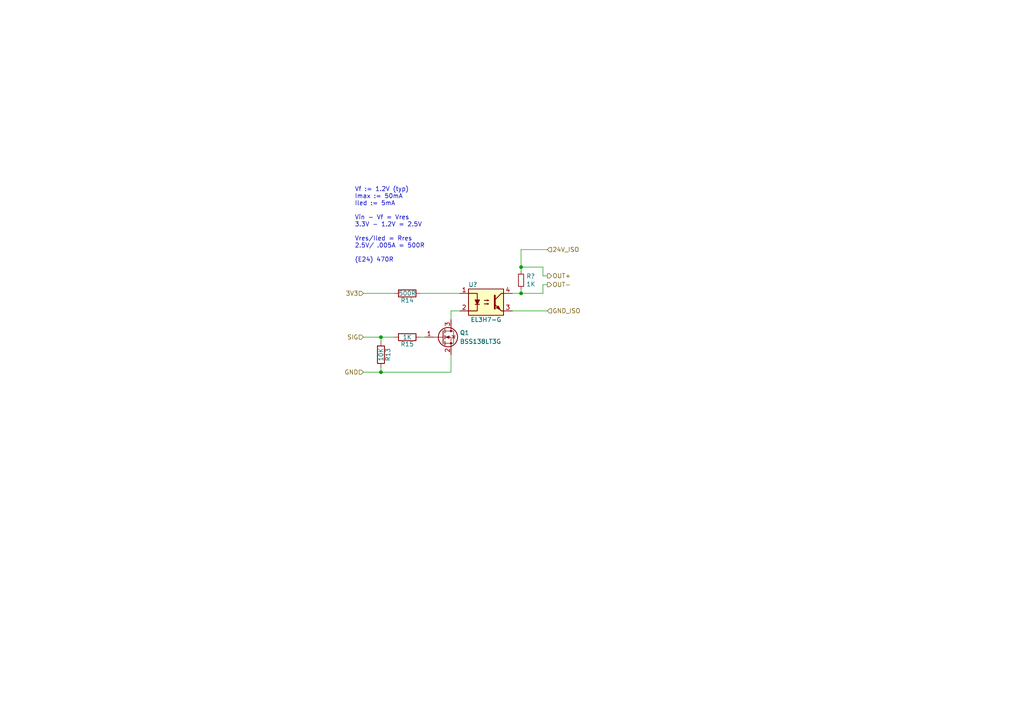
<source format=kicad_sch>
(kicad_sch (version 20211123) (generator eeschema)
  (paper "A4")
  (lib_symbols
    (symbol "Device:Q_NMOS_GSD" (pin_names (offset 0) hide)
      (property "Reference" "Q" (at 5.08 1.27 0))
      (property "Value" "Q_NMOS_GSD" (at 5.08 -1.27 0))
      (symbol "Q_NMOS_GSD_0_1"
        (polyline (pts (xy 0.254 0) (xy -2.54 0)))
        (polyline (pts (xy 0.254 1.905) (xy 0.254 -1.905)) (stroke (width 0.254)))
        (polyline (pts (xy 0.762 -1.27) (xy 0.762 -2.286)) (stroke (width 0.254)))
        (polyline (pts (xy 0.762 0.508) (xy 0.762 -0.508)) (stroke (width 0.254)))
        (polyline (pts (xy 0.762 2.286) (xy 0.762 1.27)) (stroke (width 0.254)))
        (polyline (pts (xy 2.54 2.54) (xy 2.54 1.778)))
        (polyline (pts (xy 2.54 -2.54) (xy 2.54 0) (xy 0.762 0)))
        (polyline (pts (xy 0.762 -1.778) (xy 3.302 -1.778) (xy 3.302 1.778) (xy 0.762 1.778)))
        (polyline (pts (xy 1.016 0) (xy 2.032 0.381) (xy 2.032 -0.381) (xy 1.016 0)) (fill (type outline)))
        (polyline (pts (xy 2.794 0.508) (xy 2.921 0.381) (xy 3.683 0.381) (xy 3.81 0.254)))
        (polyline (pts (xy 3.302 0.381) (xy 2.921 -0.254) (xy 3.683 -0.254) (xy 3.302 0.381)))
        (circle (center 1.651 0) (radius 2.794) (stroke (width 0.254)))
        (circle (center 2.54 -1.778) (radius 0.254) (fill (type outline)))
        (circle (center 2.54 1.778) (radius 0.254) (fill (type outline)))
      )
      (symbol "Q_NMOS_GSD_1_1"
        (pin input line (at -5.08 0 0) (length 2.54) (name "G") (number "1"))
        (pin passive line (at 2.54 -5.08 90) (length 2.54) (name "S") (number "2"))
        (pin passive line (at 2.54 5.08 270) (length 2.54) (name "D") (number "3"))
      )
    )
    (symbol "Device:R" (pin_numbers hide) (pin_names (offset 0))
      (property "Reference" "R" (at 2.032 0 90))
      (property "Value" "R" (at 0 0 90))
      (symbol "R_0_1"
        (rectangle (start -1.016 -2.54) (end 1.016 2.54) (stroke (width 0.254)))
      )
      (symbol "R_1_1"
        (pin passive line (at 0 3.81 270) (length 1.27) (name "~") (number "1"))
        (pin passive line (at 0 -3.81 90) (length 1.27) (name "~") (number "2"))
      )
    )
    (symbol "Device:R_Small" (pin_numbers hide) (pin_names (offset 0.254) hide)
      (property "Reference" "R" (at 0.762 0.508 0))
      (property "Value" "R_Small" (at 0.762 -1.016 0))
      (symbol "R_Small_0_1"
        (rectangle (start -0.762 1.778) (end 0.762 -1.778) (stroke (width 0.2032)))
      )
      (symbol "R_Small_1_1"
        (pin passive line (at 0 2.54 270) (length 0.762) (name "~") (number "1"))
        (pin passive line (at 0 -2.54 90) (length 0.762) (name "~") (number "2"))
      )
    )
    (symbol "william_optoisolators:EL3H7-G" (pin_names (offset 1.016))
      (property "Reference" "U" (at -3.81 5.08 0))
      (property "Value" "EL3H7-G" (at -1.27 -5.08 0))
      (symbol "EL3H7-G_1_1"
        (rectangle (start -5.08 3.81) (end 5.08 -3.81) (stroke (width 0.254)) (fill (type background)))
        (polyline (pts (xy -3.175 -0.635) (xy -1.905 -0.635)) (stroke (width 0.254)))
        (polyline (pts (xy 2.54 1.905) (xy 2.54 -1.905) (xy 2.54 -1.905)) (stroke (width 0.508)))
        (polyline (pts (xy 5.08 -2.54) (xy 4.445 -2.54) (xy 2.54 -0.635)) (stroke (width 0.254)))
        (polyline (pts (xy 5.08 2.54) (xy 4.445 2.54) (xy 2.54 0.635)) (stroke (width 0.254)))
        (polyline (pts (xy -5.08 -2.54) (xy -2.54 -2.54) (xy -2.54 2.54) (xy -5.08 2.54)) (stroke (width 0.254)))
        (polyline (pts (xy -2.54 -0.635) (xy -3.175 0.635) (xy -1.905 0.635) (xy -2.54 -0.635)) (stroke (width 0.254)) (fill (type outline)))
        (polyline (pts (xy -0.508 -0.508) (xy 0.762 -0.508) (xy 0.381 -0.635) (xy 0.381 -0.381) (xy 0.762 -0.508)) (stroke (width 0.254)))
        (polyline (pts (xy -0.508 0.508) (xy 0.762 0.508) (xy 0.381 0.381) (xy 0.381 0.635) (xy 0.762 0.508)) (stroke (width 0.254)))
        (polyline (pts (xy 3.048 -1.651) (xy 3.556 -1.143) (xy 4.064 -2.159) (xy 3.048 -1.651) (xy 3.048 -1.651)) (stroke (width 0.254)) (fill (type outline)))
        (pin passive line (at -7.62 2.54 0) (length 2.54) (name "~") (number "1"))
        (pin passive line (at -7.62 -2.54 0) (length 2.54) (name "~") (number "2"))
        (pin passive line (at 7.62 -2.54 180) (length 2.54) (name "~") (number "3"))
        (pin passive line (at 7.62 2.54 180) (length 2.54) (name "~") (number "4"))
      )
    )
  )
  (junction (at 110.49 97.79))
  (junction (at 151.13 77.47))
  (junction (at 151.13 85.09))
  (junction (at 110.49 107.95))
  (wire (pts (xy 105.41 97.79) (xy 110.49 97.79)))
  (wire (pts (xy 151.13 85.09) (xy 148.59 85.09)))
  (wire (pts (xy 151.13 77.47) (xy 151.13 78.74)))
  (wire (pts (xy 133.35 90.17) (xy 130.81 90.17)))
  (wire (pts (xy 130.81 90.17) (xy 130.81 92.71)))
  (wire (pts (xy 157.48 80.01) (xy 157.48 77.47)))
  (wire (pts (xy 130.81 107.95) (xy 130.81 102.87)))
  (wire (pts (xy 148.59 90.17) (xy 158.75 90.17)))
  (wire (pts (xy 105.41 107.95) (xy 110.49 107.95)))
  (wire (pts (xy 121.92 85.09) (xy 133.35 85.09)))
  (wire (pts (xy 157.48 77.47) (xy 151.13 77.47)))
  (wire (pts (xy 157.48 82.55) (xy 158.75 82.55)))
  (wire (pts (xy 158.75 80.01) (xy 157.48 80.01)))
  (wire (pts (xy 151.13 85.09) (xy 157.48 85.09)))
  (wire (pts (xy 110.49 107.95) (xy 130.81 107.95)))
  (wire (pts (xy 110.49 106.68) (xy 110.49 107.95)))
  (wire (pts (xy 151.13 83.82) (xy 151.13 85.09)))
  (wire (pts (xy 121.92 97.79) (xy 123.19 97.79)))
  (wire (pts (xy 110.49 97.79) (xy 114.3 97.79)))
  (wire (pts (xy 151.13 72.39) (xy 158.75 72.39)))
  (wire (pts (xy 114.3 85.09) (xy 105.41 85.09)))
  (wire (pts (xy 151.13 72.39) (xy 151.13 77.47)))
  (wire (pts (xy 157.48 85.09) (xy 157.48 82.55)))
  (wire (pts (xy 110.49 99.06) (xy 110.49 97.79)))
  (text "Vf := 1.2V (typ)\nImax := 50mA\nIled := 5mA\n\nVin - Vf = Vres\n3.3V - 1.2V = 2.5V\n\nVres/Iled = Rres\n2.5V/ .005A = 500R\n\n(E24) 470R" (at 102.87 76.2 0) (effects (font (size 1.27 1.27)) (justify left bottom)))
  (hierarchical_label "OUT-" (shape output) (at 158.75 82.55 0))
  (hierarchical_label "GND_ISO" (shape input) (at 158.75 90.17 0))
  (hierarchical_label "GND" (shape input) (at 105.41 107.95 180))
  (hierarchical_label "24V_ISO" (shape input) (at 158.75 72.39 0))
  (hierarchical_label "3V3" (shape input) (at 105.41 85.09 180))
  (hierarchical_label "OUT+" (shape output) (at 158.75 80.01 0))
  (hierarchical_label "SIG" (shape input) (at 105.41 97.79 180))
  (symbol (lib_id "Device:R_Small") (at 151.13 81.28 0) (unit 1)
    (property "Reference" "R?" (at 152.6286 80.1116 0) (effects (justify left)))
    (property "Value" "1K" (at 152.6286 82.423 0) (effects (justify left)))
    (property "Footprint" "Resistor_SMD:R_0603_1608Metric" (effects hide))
  )
  (symbol (lib_id "Device:Q_NMOS_GSD") (at 128.27 97.79 0) (unit 1)
    (property "Reference" "Q1" (at 133.35 96.52 0) (effects (justify left)))
    (property "Value" "BSS138LT3G" (at 133.35 99.06 0) (effects (justify left)))
    (property "Footprint" "Package_TO_SOT_SMD:SOT-23" (effects hide))
  )
  (symbol (lib_id "Device:R") (at 110.49 102.87 0) (unit 1)
    (property "Reference" "R13" (at 112.522 102.87 90))
    (property "Value" "10K" (at 110.49 102.87 90))
    (property "Footprint" "Resistor_SMD:R_0603_1608Metric" (effects hide))
  )
  (symbol (lib_id "Device:R") (at 118.11 97.79 270) (unit 1)
    (property "Reference" "R15" (at 118.11 99.822 90))
    (property "Value" "1K" (at 118.11 97.79 90))
    (property "Footprint" "Resistor_SMD:R_0603_1608Metric" (effects hide))
  )
  (symbol (lib_id "william_optoisolators:EL3H7-G") (at 140.97 87.63 0) (unit 1)
    (property "Reference" "U?" (at 137.16 82.55 0))
    (property "Value" "EL3H7-G" (at 140.97 92.71 0))
    (property "Footprint" "Package_SO:SOP-4_4.4x2.8mm_P1.27mm" (effects hide))
  )
  (symbol (lib_id "Device:R") (at 118.11 85.09 270) (unit 1)
    (property "Reference" "R14" (at 118.11 87.122 90))
    (property "Value" "500R" (at 118.11 85.09 90))
    (property "Footprint" "Resistor_SMD:R_0603_1608Metric" (effects hide))
  )
)
</source>
